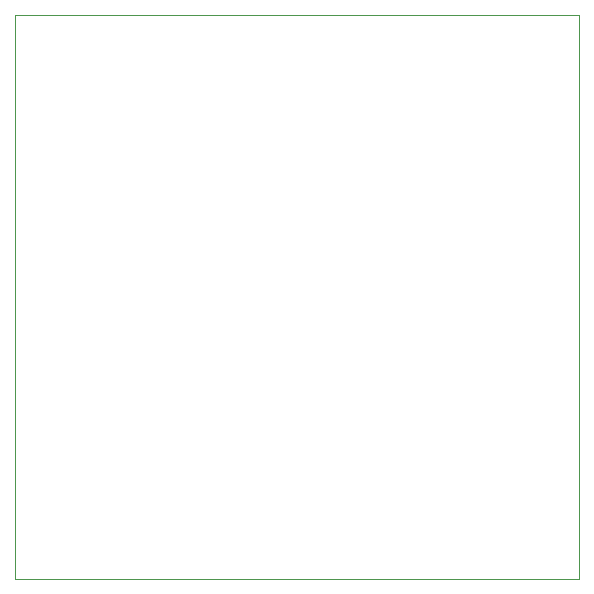
<source format=gm1>
G04 #@! TF.GenerationSoftware,KiCad,Pcbnew,(6.0.1)*
G04 #@! TF.CreationDate,2023-05-09T20:22:03-04:00*
G04 #@! TF.ProjectId,ExternalFaces,45787465-726e-4616-9c46-616365732e6b,rev?*
G04 #@! TF.SameCoordinates,Original*
G04 #@! TF.FileFunction,Profile,NP*
%FSLAX46Y46*%
G04 Gerber Fmt 4.6, Leading zero omitted, Abs format (unit mm)*
G04 Created by KiCad (PCBNEW (6.0.1)) date 2023-05-09 20:22:03*
%MOMM*%
%LPD*%
G01*
G04 APERTURE LIST*
G04 #@! TA.AperFunction,Profile*
%ADD10C,0.100000*%
G04 #@! TD*
G04 APERTURE END LIST*
D10*
X154300000Y-120600000D02*
X106500000Y-120600000D01*
X106500000Y-120600000D02*
X106500000Y-72800000D01*
X106500000Y-72800000D02*
X154300000Y-72800000D01*
X154300000Y-72800000D02*
X154300000Y-120600000D01*
M02*

</source>
